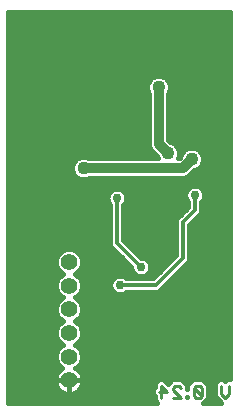
<source format=gbl>
G75*
G70*
%OFA0B0*%
%FSLAX24Y24*%
%IPPOS*%
%LPD*%
%AMOC8*
5,1,8,0,0,1.08239X$1,22.5*
%
%ADD10C,0.0100*%
%ADD11C,0.0555*%
%ADD12C,0.0160*%
%ADD13C,0.0300*%
%ADD14C,0.0120*%
%ADD15C,0.0436*%
%ADD16C,0.0320*%
D10*
X005391Y000730D02*
X005658Y000730D01*
X005458Y000930D01*
X005458Y000530D01*
X005852Y000530D02*
X006119Y000530D01*
X005852Y000797D01*
X005852Y000864D01*
X005918Y000930D01*
X006052Y000930D01*
X006119Y000864D01*
X006282Y000597D02*
X006282Y000530D01*
X006349Y000530D01*
X006349Y000597D01*
X006282Y000597D01*
X006542Y000597D02*
X006609Y000530D01*
X006742Y000530D01*
X006809Y000597D01*
X006542Y000864D01*
X006542Y000597D01*
X006542Y000864D02*
X006609Y000930D01*
X006742Y000930D01*
X006809Y000864D01*
X006809Y000597D01*
X007463Y000663D02*
X007463Y000930D01*
X007463Y000663D02*
X007597Y000530D01*
X007730Y000663D01*
X007730Y000930D01*
D11*
X002389Y001111D03*
X002389Y001899D03*
X002389Y002686D03*
X002389Y003474D03*
X002389Y004261D03*
X002389Y005049D03*
D12*
X000360Y000360D02*
X000360Y013396D01*
X007770Y013396D01*
X007770Y001140D01*
X007643Y001140D01*
X007597Y001094D01*
X007550Y001140D01*
X007376Y001140D01*
X007253Y001017D01*
X007253Y000576D01*
X007376Y000453D01*
X007470Y000360D01*
X006869Y000360D01*
X006896Y000387D01*
X007019Y000510D01*
X007019Y000684D01*
X007019Y000777D01*
X007019Y000951D01*
X006952Y001017D01*
X006829Y001140D01*
X006522Y001140D01*
X006455Y001074D01*
X006332Y000951D01*
X006332Y000807D01*
X006329Y000807D01*
X006329Y000951D01*
X006139Y001140D01*
X005831Y001140D01*
X005708Y001017D01*
X005688Y000997D01*
X005545Y001140D01*
X005371Y001140D01*
X005248Y001017D01*
X005248Y000884D01*
X005181Y000817D01*
X005181Y000643D01*
X005248Y000576D01*
X005248Y000443D01*
X005331Y000360D01*
X000360Y000360D01*
X000360Y000447D02*
X005248Y000447D01*
X005220Y000605D02*
X000360Y000605D01*
X000360Y000764D02*
X002090Y000764D01*
X002091Y000763D02*
X002149Y000720D01*
X002213Y000688D01*
X002282Y000665D01*
X002353Y000654D01*
X002389Y000654D01*
X002425Y000654D01*
X002496Y000665D01*
X002564Y000688D01*
X002628Y000720D01*
X002687Y000763D01*
X002738Y000813D01*
X002780Y000872D01*
X002813Y000936D01*
X002835Y001004D01*
X002846Y001075D01*
X002846Y001111D01*
X002389Y001111D01*
X002389Y000654D01*
X002389Y001111D01*
X002389Y001111D01*
X002389Y001112D01*
X002846Y001112D01*
X002846Y001148D01*
X002835Y001219D01*
X002813Y001287D01*
X002780Y001351D01*
X002738Y001410D01*
X002687Y001460D01*
X002628Y001503D01*
X002605Y001515D01*
X002636Y001528D01*
X002760Y001651D01*
X002826Y001812D01*
X002826Y001986D01*
X002760Y002147D01*
X002636Y002270D01*
X002581Y002293D01*
X002636Y002315D01*
X002760Y002438D01*
X002826Y002599D01*
X002826Y002773D01*
X002760Y002934D01*
X002636Y003057D01*
X002581Y003080D01*
X002636Y003103D01*
X002760Y003226D01*
X002826Y003387D01*
X002826Y003561D01*
X002760Y003722D01*
X002636Y003845D01*
X002581Y003867D01*
X002636Y003890D01*
X002760Y004013D01*
X002826Y004174D01*
X002826Y004348D01*
X002760Y004509D01*
X002636Y004632D01*
X002581Y004655D01*
X002636Y004678D01*
X002760Y004801D01*
X002826Y004961D01*
X002826Y005136D01*
X002760Y005296D01*
X002636Y005419D01*
X002476Y005486D01*
X002302Y005486D01*
X002141Y005419D01*
X002018Y005296D01*
X001951Y005136D01*
X001951Y004961D01*
X002018Y004801D01*
X002141Y004678D01*
X002196Y004655D01*
X002141Y004632D01*
X002018Y004509D01*
X001951Y004348D01*
X001951Y004174D01*
X002018Y004013D01*
X002141Y003890D01*
X002196Y003867D01*
X002141Y003845D01*
X002018Y003722D01*
X001951Y003561D01*
X001951Y003387D01*
X002018Y003226D01*
X002141Y003103D01*
X002196Y003080D01*
X002141Y003057D01*
X002018Y002934D01*
X001951Y002773D01*
X001951Y002599D01*
X002018Y002438D01*
X002141Y002315D01*
X002196Y002293D01*
X002141Y002270D01*
X002018Y002147D01*
X001951Y001986D01*
X001951Y001812D01*
X002018Y001651D01*
X002141Y001528D01*
X002173Y001515D01*
X002149Y001503D01*
X002091Y001460D01*
X002040Y001410D01*
X001997Y001351D01*
X001965Y001287D01*
X001942Y001219D01*
X001931Y001148D01*
X001931Y001112D01*
X002389Y001112D01*
X002389Y001111D01*
X001931Y001111D01*
X001931Y001075D01*
X001942Y001004D01*
X001965Y000936D01*
X001997Y000872D01*
X002040Y000813D01*
X002091Y000763D01*
X001972Y000922D02*
X000360Y000922D01*
X000360Y001081D02*
X001931Y001081D01*
X001949Y001239D02*
X000360Y001239D01*
X000360Y001398D02*
X002031Y001398D01*
X002113Y001556D02*
X000360Y001556D01*
X000360Y001715D02*
X001992Y001715D01*
X001951Y001873D02*
X000360Y001873D01*
X000360Y002032D02*
X001970Y002032D01*
X002061Y002190D02*
X000360Y002190D01*
X000360Y002349D02*
X002108Y002349D01*
X001989Y002507D02*
X000360Y002507D01*
X000360Y002666D02*
X001951Y002666D01*
X001972Y002824D02*
X000360Y002824D01*
X000360Y002983D02*
X002066Y002983D01*
X002103Y003141D02*
X000360Y003141D01*
X000360Y003300D02*
X001987Y003300D01*
X001951Y003458D02*
X000360Y003458D01*
X000360Y003617D02*
X001974Y003617D01*
X002071Y003775D02*
X000360Y003775D01*
X000360Y003934D02*
X002098Y003934D01*
X001985Y004092D02*
X000360Y004092D01*
X000360Y004251D02*
X001951Y004251D01*
X001976Y004409D02*
X000360Y004409D01*
X000360Y004568D02*
X002076Y004568D01*
X002092Y004726D02*
X000360Y004726D01*
X000360Y004885D02*
X001983Y004885D01*
X001951Y005043D02*
X000360Y005043D01*
X000360Y005202D02*
X001979Y005202D01*
X002081Y005360D02*
X000360Y005360D01*
X000360Y005519D02*
X003830Y005519D01*
X003889Y005460D02*
X004470Y004879D01*
X004470Y004818D01*
X004517Y004704D01*
X004604Y004617D01*
X004718Y004570D01*
X004842Y004570D01*
X004956Y004617D01*
X005043Y004704D01*
X005090Y004818D01*
X005090Y004942D01*
X005043Y005056D01*
X004956Y005143D01*
X004842Y005190D01*
X004781Y005190D01*
X004200Y005771D01*
X004200Y006962D01*
X004243Y007004D01*
X004290Y007118D01*
X004290Y007242D01*
X004243Y007356D01*
X004156Y007443D01*
X004042Y007490D01*
X003918Y007490D01*
X003804Y007443D01*
X003717Y007356D01*
X003670Y007242D01*
X003670Y007118D01*
X003717Y007004D01*
X003760Y006962D01*
X003760Y005589D01*
X003889Y005460D01*
X003989Y005360D02*
X002696Y005360D01*
X002799Y005202D02*
X004147Y005202D01*
X004306Y005043D02*
X002826Y005043D01*
X002794Y004885D02*
X004464Y004885D01*
X004508Y004726D02*
X002685Y004726D01*
X002701Y004568D02*
X003964Y004568D01*
X004018Y004590D02*
X003904Y004543D01*
X003817Y004456D01*
X003770Y004342D01*
X003770Y004218D01*
X003817Y004104D01*
X003904Y004017D01*
X004018Y003970D01*
X004142Y003970D01*
X004256Y004017D01*
X004298Y004060D01*
X005371Y004060D01*
X006271Y004960D01*
X006400Y005089D01*
X006400Y006289D01*
X006800Y006689D01*
X006800Y006871D01*
X006800Y007062D01*
X006843Y007104D01*
X006890Y007218D01*
X006890Y007342D01*
X006843Y007456D01*
X006756Y007543D01*
X006642Y007590D01*
X006518Y007590D01*
X006404Y007543D01*
X006317Y007456D01*
X006270Y007342D01*
X006270Y007218D01*
X006317Y007104D01*
X006360Y007062D01*
X006360Y006871D01*
X005960Y006471D01*
X005960Y005271D01*
X005189Y004500D01*
X004298Y004500D01*
X004256Y004543D01*
X004142Y004590D01*
X004018Y004590D01*
X004196Y004568D02*
X005256Y004568D01*
X005415Y004726D02*
X005052Y004726D01*
X005090Y004885D02*
X005573Y004885D01*
X005732Y005043D02*
X005048Y005043D01*
X004770Y005202D02*
X005890Y005202D01*
X005960Y005360D02*
X004611Y005360D01*
X004453Y005519D02*
X005960Y005519D01*
X005960Y005677D02*
X004294Y005677D01*
X004200Y005836D02*
X005960Y005836D01*
X005960Y005994D02*
X004200Y005994D01*
X004200Y006153D02*
X005960Y006153D01*
X005960Y006311D02*
X004200Y006311D01*
X004200Y006470D02*
X005960Y006470D01*
X006117Y006628D02*
X004200Y006628D01*
X004200Y006787D02*
X006275Y006787D01*
X006360Y006945D02*
X004200Y006945D01*
X004284Y007104D02*
X006318Y007104D01*
X006270Y007262D02*
X004282Y007262D01*
X004178Y007421D02*
X006303Y007421D01*
X006492Y007579D02*
X000360Y007579D01*
X000360Y007738D02*
X007770Y007738D01*
X007770Y007896D02*
X006331Y007896D01*
X006361Y007909D02*
X006244Y007860D01*
X003095Y007860D01*
X003094Y007859D01*
X002955Y007802D01*
X002805Y007802D01*
X002666Y007859D01*
X002559Y007966D01*
X002502Y008105D01*
X002502Y008255D01*
X002559Y008394D01*
X002666Y008501D01*
X002805Y008558D01*
X002955Y008558D01*
X003094Y008501D01*
X003095Y008500D01*
X005345Y008500D01*
X005302Y008605D01*
X005302Y008606D01*
X005199Y008709D01*
X005109Y008799D01*
X005060Y008916D01*
X005060Y010665D01*
X005059Y010666D01*
X005002Y010805D01*
X005002Y010955D01*
X005059Y011094D01*
X005166Y011201D01*
X005305Y011258D01*
X005455Y011258D01*
X005594Y011201D01*
X005701Y011094D01*
X005758Y010955D01*
X005758Y010805D01*
X005701Y010666D01*
X005700Y010665D01*
X005700Y009113D01*
X005754Y009058D01*
X005755Y009058D01*
X005894Y009001D01*
X006001Y008894D01*
X006058Y008755D01*
X006058Y008605D01*
X006015Y008500D01*
X006047Y008500D01*
X006102Y008554D01*
X006102Y008555D01*
X006159Y008694D01*
X006266Y008801D01*
X006405Y008858D01*
X006555Y008858D01*
X006694Y008801D01*
X006801Y008694D01*
X006858Y008555D01*
X006858Y008405D01*
X006801Y008266D01*
X006694Y008159D01*
X006555Y008102D01*
X006554Y008102D01*
X006361Y007909D01*
X006507Y008055D02*
X007770Y008055D01*
X007770Y008213D02*
X006748Y008213D01*
X006844Y008372D02*
X007770Y008372D01*
X007770Y008530D02*
X006858Y008530D01*
X006803Y008689D02*
X007770Y008689D01*
X007770Y008847D02*
X006582Y008847D01*
X006378Y008847D02*
X006020Y008847D01*
X006058Y008689D02*
X006157Y008689D01*
X006077Y008530D02*
X006027Y008530D01*
X005882Y009006D02*
X007770Y009006D01*
X007770Y009164D02*
X005700Y009164D01*
X005700Y009323D02*
X007770Y009323D01*
X007770Y009481D02*
X005700Y009481D01*
X005700Y009640D02*
X007770Y009640D01*
X007770Y009798D02*
X005700Y009798D01*
X005700Y009957D02*
X007770Y009957D01*
X007770Y010115D02*
X005700Y010115D01*
X005700Y010274D02*
X007770Y010274D01*
X007770Y010432D02*
X005700Y010432D01*
X005700Y010591D02*
X007770Y010591D01*
X007770Y010749D02*
X005735Y010749D01*
X005758Y010908D02*
X007770Y010908D01*
X007770Y011066D02*
X005712Y011066D01*
X005536Y011225D02*
X007770Y011225D01*
X007770Y011383D02*
X000360Y011383D01*
X000360Y011225D02*
X005224Y011225D01*
X005048Y011066D02*
X000360Y011066D01*
X000360Y010908D02*
X005002Y010908D01*
X005025Y010749D02*
X000360Y010749D01*
X000360Y010591D02*
X005060Y010591D01*
X005060Y010432D02*
X000360Y010432D01*
X000360Y010274D02*
X005060Y010274D01*
X005060Y010115D02*
X000360Y010115D01*
X000360Y009957D02*
X005060Y009957D01*
X005060Y009798D02*
X000360Y009798D01*
X000360Y009640D02*
X005060Y009640D01*
X005060Y009481D02*
X000360Y009481D01*
X000360Y009323D02*
X005060Y009323D01*
X005060Y009164D02*
X000360Y009164D01*
X000360Y009006D02*
X005060Y009006D01*
X005089Y008847D02*
X000360Y008847D01*
X000360Y008689D02*
X005219Y008689D01*
X005333Y008530D02*
X003023Y008530D01*
X002737Y008530D02*
X000360Y008530D01*
X000360Y008372D02*
X002550Y008372D01*
X002502Y008213D02*
X000360Y008213D01*
X000360Y008055D02*
X002523Y008055D01*
X002629Y007896D02*
X000360Y007896D01*
X000360Y007421D02*
X003782Y007421D01*
X003678Y007262D02*
X000360Y007262D01*
X000360Y007104D02*
X003676Y007104D01*
X003760Y006945D02*
X000360Y006945D01*
X000360Y006787D02*
X003760Y006787D01*
X003760Y006628D02*
X000360Y006628D01*
X000360Y006470D02*
X003760Y006470D01*
X003760Y006311D02*
X000360Y006311D01*
X000360Y006153D02*
X003760Y006153D01*
X003760Y005994D02*
X000360Y005994D01*
X000360Y005836D02*
X003760Y005836D01*
X003760Y005677D02*
X000360Y005677D01*
X002680Y003934D02*
X007770Y003934D01*
X007770Y004092D02*
X005403Y004092D01*
X005562Y004251D02*
X007770Y004251D01*
X007770Y004409D02*
X005720Y004409D01*
X005879Y004568D02*
X007770Y004568D01*
X007770Y004726D02*
X006037Y004726D01*
X006196Y004885D02*
X007770Y004885D01*
X007770Y005043D02*
X006354Y005043D01*
X006400Y005202D02*
X007770Y005202D01*
X007770Y005360D02*
X006400Y005360D01*
X006400Y005519D02*
X007770Y005519D01*
X007770Y005677D02*
X006400Y005677D01*
X006400Y005836D02*
X007770Y005836D01*
X007770Y005994D02*
X006400Y005994D01*
X006400Y006153D02*
X007770Y006153D01*
X007770Y006311D02*
X006422Y006311D01*
X006581Y006470D02*
X007770Y006470D01*
X007770Y006628D02*
X006739Y006628D01*
X006800Y006787D02*
X007770Y006787D01*
X007770Y006945D02*
X006800Y006945D01*
X006842Y007104D02*
X007770Y007104D01*
X007770Y007262D02*
X006890Y007262D01*
X006857Y007421D02*
X007770Y007421D01*
X007770Y007579D02*
X006668Y007579D01*
X007770Y003775D02*
X002706Y003775D01*
X002803Y003617D02*
X007770Y003617D01*
X007770Y003458D02*
X002826Y003458D01*
X002790Y003300D02*
X007770Y003300D01*
X007770Y003141D02*
X002675Y003141D01*
X002711Y002983D02*
X007770Y002983D01*
X007770Y002824D02*
X002805Y002824D01*
X002826Y002666D02*
X007770Y002666D01*
X007770Y002507D02*
X002788Y002507D01*
X002670Y002349D02*
X007770Y002349D01*
X007770Y002190D02*
X002716Y002190D01*
X002807Y002032D02*
X007770Y002032D01*
X007770Y001873D02*
X002826Y001873D01*
X002786Y001715D02*
X007770Y001715D01*
X007770Y001556D02*
X002664Y001556D01*
X002746Y001398D02*
X007770Y001398D01*
X007770Y001239D02*
X002828Y001239D01*
X002846Y001081D02*
X005311Y001081D01*
X005248Y000922D02*
X002806Y000922D01*
X002688Y000764D02*
X005181Y000764D01*
X005605Y001081D02*
X005772Y001081D01*
X006199Y001081D02*
X006462Y001081D01*
X006455Y001074D02*
X006455Y001074D01*
X006332Y000922D02*
X006329Y000922D01*
X006889Y001081D02*
X007316Y001081D01*
X007253Y000922D02*
X007019Y000922D01*
X007019Y000764D02*
X007253Y000764D01*
X007253Y000605D02*
X007019Y000605D01*
X006956Y000447D02*
X007383Y000447D01*
X003830Y004092D02*
X002792Y004092D01*
X002826Y004251D02*
X003770Y004251D01*
X003798Y004409D02*
X002801Y004409D01*
X002389Y001081D02*
X002389Y001081D01*
X002389Y000922D02*
X002389Y000922D01*
X002389Y000764D02*
X002389Y000764D01*
X000360Y011542D02*
X007770Y011542D01*
X007770Y011700D02*
X000360Y011700D01*
X000360Y011859D02*
X007770Y011859D01*
X007770Y012017D02*
X000360Y012017D01*
X000360Y012176D02*
X007770Y012176D01*
X007770Y012334D02*
X000360Y012334D01*
X000360Y012493D02*
X007770Y012493D01*
X007770Y012651D02*
X000360Y012651D01*
X000360Y012810D02*
X007770Y012810D01*
X007770Y012968D02*
X000360Y012968D01*
X000360Y013127D02*
X007770Y013127D01*
X007770Y013285D02*
X000360Y013285D01*
D13*
X003980Y007180D03*
X003280Y005280D03*
X004080Y004280D03*
X004780Y004880D03*
X006580Y007280D03*
D14*
X006580Y006780D01*
X006180Y006380D01*
X006180Y005180D01*
X005280Y004280D01*
X004080Y004280D01*
X004780Y004880D02*
X003980Y005680D01*
X003980Y007180D01*
D15*
X002880Y008180D03*
X005380Y010880D03*
X005680Y008680D03*
X006480Y008480D03*
D16*
X006180Y008180D01*
X002880Y008180D01*
X005380Y008980D02*
X005380Y010880D01*
X005380Y008980D02*
X005680Y008680D01*
M02*

</source>
